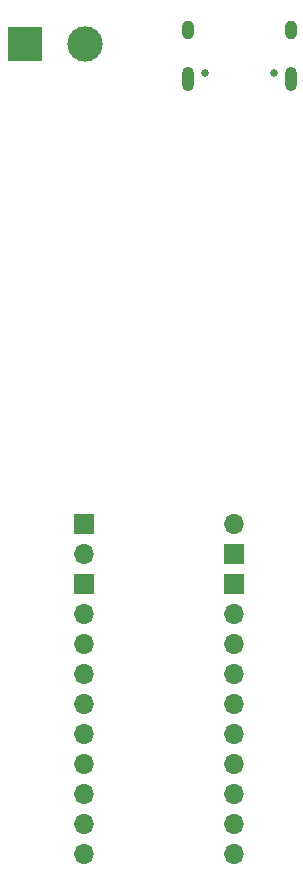
<source format=gbr>
%TF.GenerationSoftware,KiCad,Pcbnew,(6.0.11-0)*%
%TF.CreationDate,2023-11-09T08:58:10+01:00*%
%TF.ProjectId,ZESP32,5a455350-3332-42e6-9b69-6361645f7063,rev?*%
%TF.SameCoordinates,Original*%
%TF.FileFunction,Soldermask,Bot*%
%TF.FilePolarity,Negative*%
%FSLAX46Y46*%
G04 Gerber Fmt 4.6, Leading zero omitted, Abs format (unit mm)*
G04 Created by KiCad (PCBNEW (6.0.11-0)) date 2023-11-09 08:58:10*
%MOMM*%
%LPD*%
G01*
G04 APERTURE LIST*
%ADD10R,1.700000X1.700000*%
%ADD11O,1.700000X1.700000*%
%ADD12C,0.650000*%
%ADD13O,1.000000X1.600000*%
%ADD14O,1.000000X2.100000*%
%ADD15R,3.000000X3.000000*%
%ADD16C,3.000000*%
G04 APERTURE END LIST*
D10*
%TO.C,J8*%
X91440000Y-88900000D03*
D11*
X91440000Y-91440000D03*
%TD*%
D10*
%TO.C,J3*%
X91440000Y-93980000D03*
D11*
X91440000Y-96520000D03*
X91440000Y-99060000D03*
X91440000Y-101600000D03*
X91440000Y-104140000D03*
X91440000Y-106680000D03*
X91440000Y-109220000D03*
X91440000Y-111760000D03*
X91440000Y-114300000D03*
X91440000Y-116840000D03*
%TD*%
D10*
%TO.C,J7*%
X104140000Y-91440000D03*
D11*
X104140000Y-88900000D03*
%TD*%
D12*
%TO.C,J2*%
X107538000Y-50733000D03*
X101758000Y-50733000D03*
D13*
X100328000Y-47083000D03*
D14*
X108968000Y-51263000D03*
X100328000Y-51263000D03*
D13*
X108968000Y-47083000D03*
%TD*%
D15*
%TO.C,J1*%
X86482000Y-48239600D03*
D16*
X91562000Y-48239600D03*
%TD*%
D10*
%TO.C,J4*%
X104140000Y-93980000D03*
D11*
X104140000Y-96520000D03*
X104140000Y-99060000D03*
X104140000Y-101600000D03*
X104140000Y-104140000D03*
X104140000Y-106680000D03*
X104140000Y-109220000D03*
X104140000Y-111760000D03*
X104140000Y-114300000D03*
X104140000Y-116840000D03*
%TD*%
M02*

</source>
